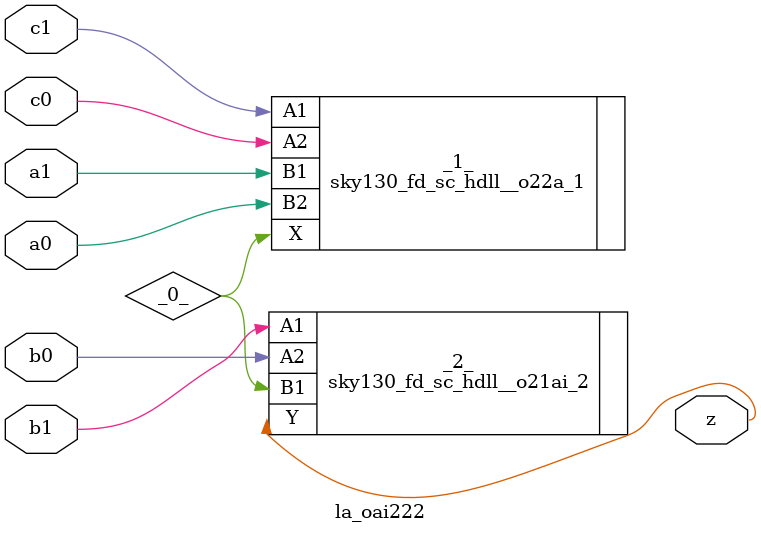
<source format=v>

/* Generated by Yosys 0.44 (git sha1 80ba43d26, g++ 11.4.0-1ubuntu1~22.04 -fPIC -O3) */

(* top =  1  *)
(* src = "generated" *)
(* keep_hierarchy *)
module la_oai222 (
    a0,
    a1,
    b0,
    b1,
    c0,
    c1,
    z
);
  wire _0_;
  (* src = "generated" *)
  input a0;
  wire a0;
  (* src = "generated" *)
  input a1;
  wire a1;
  (* src = "generated" *)
  input b0;
  wire b0;
  (* src = "generated" *)
  input b1;
  wire b1;
  (* src = "generated" *)
  input c0;
  wire c0;
  (* src = "generated" *)
  input c1;
  wire c1;
  (* src = "generated" *)
  output z;
  wire z;
  sky130_fd_sc_hdll__o22a_1 _1_ (
      .A1(c1),
      .A2(c0),
      .B1(a1),
      .B2(a0),
      .X (_0_)
  );
  sky130_fd_sc_hdll__o21ai_2 _2_ (
      .A1(b1),
      .A2(b0),
      .B1(_0_),
      .Y (z)
  );
endmodule

</source>
